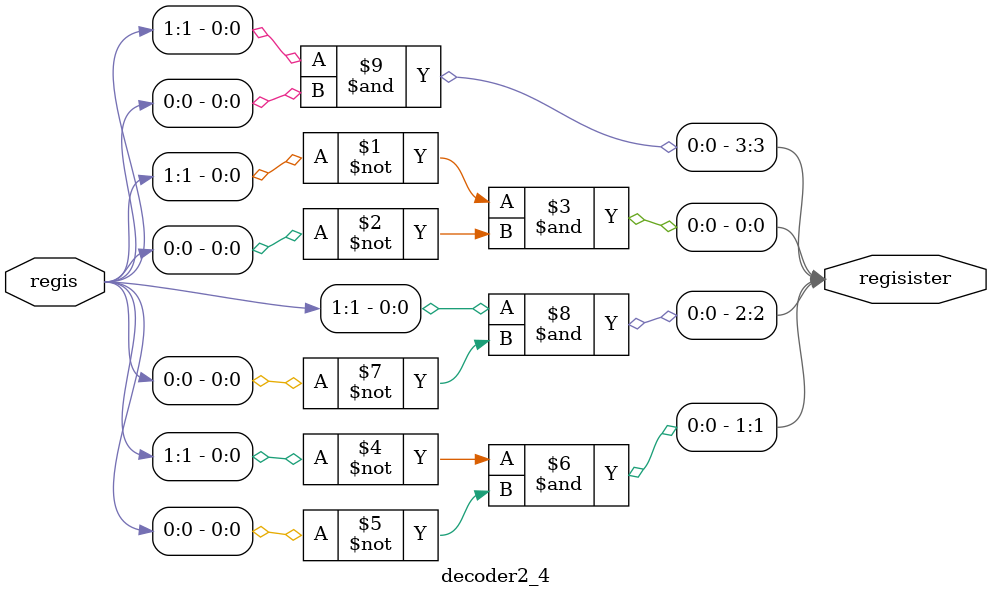
<source format=v>
module decoder2_4(
    output [3:0] regisister,
input [1:0] regis
);
assign regisister[0]=(~regis[1])&(~regis[0]);
assign regisister[1]=(~regis[1])&(~regis[0]);
assign regisister[2]=regis[1]&(~regis[0]);
assign regisister[3]=regis[1]&regis[0];

endmodule
</source>
